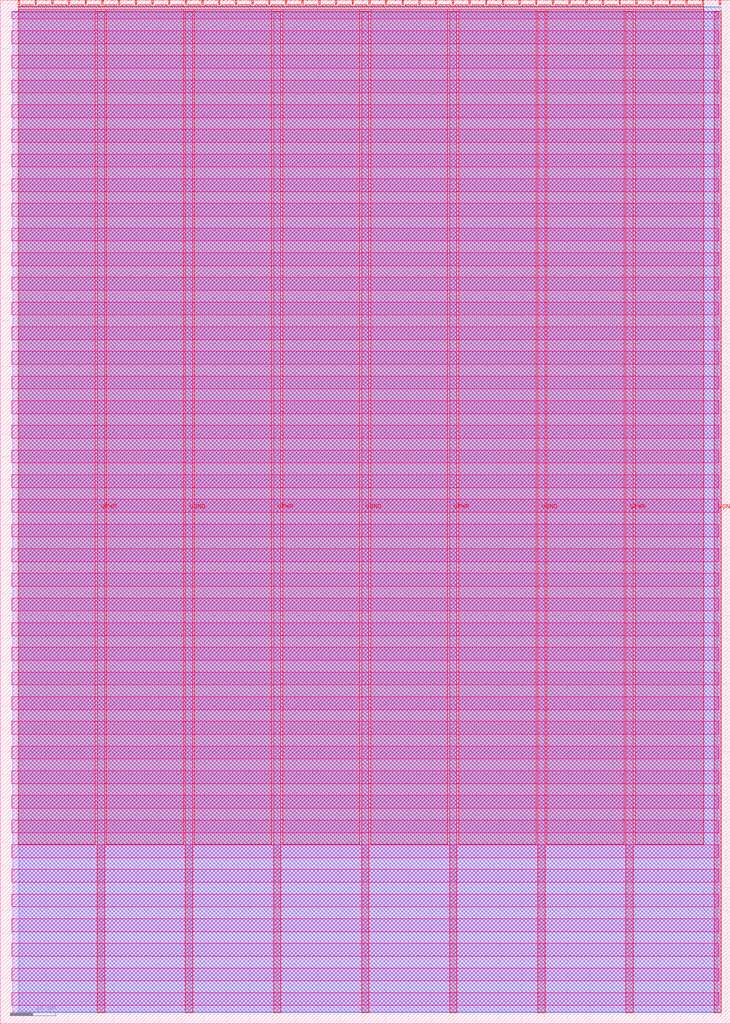
<source format=lef>
VERSION 5.7 ;
  NOWIREEXTENSIONATPIN ON ;
  DIVIDERCHAR "/" ;
  BUSBITCHARS "[]" ;
MACRO tt_um_btflv_subleq
  CLASS BLOCK ;
  FOREIGN tt_um_btflv_subleq ;
  ORIGIN 0.000 0.000 ;
  SIZE 161.000 BY 225.760 ;
  PIN VGND
    DIRECTION INOUT ;
    USE GROUND ;
    PORT
      LAYER met4 ;
        RECT 40.830 2.480 42.430 223.280 ;
    END
    PORT
      LAYER met4 ;
        RECT 79.700 2.480 81.300 223.280 ;
    END
    PORT
      LAYER met4 ;
        RECT 118.570 2.480 120.170 223.280 ;
    END
    PORT
      LAYER met4 ;
        RECT 157.440 2.480 159.040 223.280 ;
    END
  END VGND
  PIN VPWR
    DIRECTION INOUT ;
    USE POWER ;
    PORT
      LAYER met4 ;
        RECT 21.395 2.480 22.995 223.280 ;
    END
    PORT
      LAYER met4 ;
        RECT 60.265 2.480 61.865 223.280 ;
    END
    PORT
      LAYER met4 ;
        RECT 99.135 2.480 100.735 223.280 ;
    END
    PORT
      LAYER met4 ;
        RECT 138.005 2.480 139.605 223.280 ;
    END
  END VPWR
  PIN clk
    DIRECTION INPUT ;
    USE SIGNAL ;
    ANTENNAGATEAREA 0.852000 ;
    PORT
      LAYER met4 ;
        RECT 154.870 224.760 155.170 225.760 ;
    END
  END clk
  PIN ena
    DIRECTION INPUT ;
    USE SIGNAL ;
    PORT
      LAYER met4 ;
        RECT 158.550 224.760 158.850 225.760 ;
    END
  END ena
  PIN rst_n
    DIRECTION INPUT ;
    USE SIGNAL ;
    ANTENNAGATEAREA 0.196500 ;
    PORT
      LAYER met4 ;
        RECT 151.190 224.760 151.490 225.760 ;
    END
  END rst_n
  PIN ui_in[0]
    DIRECTION INPUT ;
    USE SIGNAL ;
    ANTENNAGATEAREA 0.213000 ;
    PORT
      LAYER met4 ;
        RECT 147.510 224.760 147.810 225.760 ;
    END
  END ui_in[0]
  PIN ui_in[1]
    DIRECTION INPUT ;
    USE SIGNAL ;
    PORT
      LAYER met4 ;
        RECT 143.830 224.760 144.130 225.760 ;
    END
  END ui_in[1]
  PIN ui_in[2]
    DIRECTION INPUT ;
    USE SIGNAL ;
    PORT
      LAYER met4 ;
        RECT 140.150 224.760 140.450 225.760 ;
    END
  END ui_in[2]
  PIN ui_in[3]
    DIRECTION INPUT ;
    USE SIGNAL ;
    PORT
      LAYER met4 ;
        RECT 136.470 224.760 136.770 225.760 ;
    END
  END ui_in[3]
  PIN ui_in[4]
    DIRECTION INPUT ;
    USE SIGNAL ;
    PORT
      LAYER met4 ;
        RECT 132.790 224.760 133.090 225.760 ;
    END
  END ui_in[4]
  PIN ui_in[5]
    DIRECTION INPUT ;
    USE SIGNAL ;
    PORT
      LAYER met4 ;
        RECT 129.110 224.760 129.410 225.760 ;
    END
  END ui_in[5]
  PIN ui_in[6]
    DIRECTION INPUT ;
    USE SIGNAL ;
    PORT
      LAYER met4 ;
        RECT 125.430 224.760 125.730 225.760 ;
    END
  END ui_in[6]
  PIN ui_in[7]
    DIRECTION INPUT ;
    USE SIGNAL ;
    PORT
      LAYER met4 ;
        RECT 121.750 224.760 122.050 225.760 ;
    END
  END ui_in[7]
  PIN uio_in[0]
    DIRECTION INPUT ;
    USE SIGNAL ;
    PORT
      LAYER met4 ;
        RECT 118.070 224.760 118.370 225.760 ;
    END
  END uio_in[0]
  PIN uio_in[1]
    DIRECTION INPUT ;
    USE SIGNAL ;
    PORT
      LAYER met4 ;
        RECT 114.390 224.760 114.690 225.760 ;
    END
  END uio_in[1]
  PIN uio_in[2]
    DIRECTION INPUT ;
    USE SIGNAL ;
    PORT
      LAYER met4 ;
        RECT 110.710 224.760 111.010 225.760 ;
    END
  END uio_in[2]
  PIN uio_in[3]
    DIRECTION INPUT ;
    USE SIGNAL ;
    PORT
      LAYER met4 ;
        RECT 107.030 224.760 107.330 225.760 ;
    END
  END uio_in[3]
  PIN uio_in[4]
    DIRECTION INPUT ;
    USE SIGNAL ;
    PORT
      LAYER met4 ;
        RECT 103.350 224.760 103.650 225.760 ;
    END
  END uio_in[4]
  PIN uio_in[5]
    DIRECTION INPUT ;
    USE SIGNAL ;
    PORT
      LAYER met4 ;
        RECT 99.670 224.760 99.970 225.760 ;
    END
  END uio_in[5]
  PIN uio_in[6]
    DIRECTION INPUT ;
    USE SIGNAL ;
    PORT
      LAYER met4 ;
        RECT 95.990 224.760 96.290 225.760 ;
    END
  END uio_in[6]
  PIN uio_in[7]
    DIRECTION INPUT ;
    USE SIGNAL ;
    PORT
      LAYER met4 ;
        RECT 92.310 224.760 92.610 225.760 ;
    END
  END uio_in[7]
  PIN uio_oe[0]
    DIRECTION OUTPUT TRISTATE ;
    USE SIGNAL ;
    PORT
      LAYER met4 ;
        RECT 29.750 224.760 30.050 225.760 ;
    END
  END uio_oe[0]
  PIN uio_oe[1]
    DIRECTION OUTPUT TRISTATE ;
    USE SIGNAL ;
    PORT
      LAYER met4 ;
        RECT 26.070 224.760 26.370 225.760 ;
    END
  END uio_oe[1]
  PIN uio_oe[2]
    DIRECTION OUTPUT TRISTATE ;
    USE SIGNAL ;
    PORT
      LAYER met4 ;
        RECT 22.390 224.760 22.690 225.760 ;
    END
  END uio_oe[2]
  PIN uio_oe[3]
    DIRECTION OUTPUT TRISTATE ;
    USE SIGNAL ;
    PORT
      LAYER met4 ;
        RECT 18.710 224.760 19.010 225.760 ;
    END
  END uio_oe[3]
  PIN uio_oe[4]
    DIRECTION OUTPUT TRISTATE ;
    USE SIGNAL ;
    PORT
      LAYER met4 ;
        RECT 15.030 224.760 15.330 225.760 ;
    END
  END uio_oe[4]
  PIN uio_oe[5]
    DIRECTION OUTPUT TRISTATE ;
    USE SIGNAL ;
    PORT
      LAYER met4 ;
        RECT 11.350 224.760 11.650 225.760 ;
    END
  END uio_oe[5]
  PIN uio_oe[6]
    DIRECTION OUTPUT TRISTATE ;
    USE SIGNAL ;
    PORT
      LAYER met4 ;
        RECT 7.670 224.760 7.970 225.760 ;
    END
  END uio_oe[6]
  PIN uio_oe[7]
    DIRECTION OUTPUT TRISTATE ;
    USE SIGNAL ;
    PORT
      LAYER met4 ;
        RECT 3.990 224.760 4.290 225.760 ;
    END
  END uio_oe[7]
  PIN uio_out[0]
    DIRECTION OUTPUT TRISTATE ;
    USE SIGNAL ;
    ANTENNAGATEAREA 0.126000 ;
    ANTENNADIFFAREA 0.445500 ;
    PORT
      LAYER met4 ;
        RECT 59.190 224.760 59.490 225.760 ;
    END
  END uio_out[0]
  PIN uio_out[1]
    DIRECTION OUTPUT TRISTATE ;
    USE SIGNAL ;
    ANTENNAGATEAREA 0.126000 ;
    ANTENNADIFFAREA 0.445500 ;
    PORT
      LAYER met4 ;
        RECT 55.510 224.760 55.810 225.760 ;
    END
  END uio_out[1]
  PIN uio_out[2]
    DIRECTION OUTPUT TRISTATE ;
    USE SIGNAL ;
    ANTENNAGATEAREA 0.126000 ;
    ANTENNADIFFAREA 0.445500 ;
    PORT
      LAYER met4 ;
        RECT 51.830 224.760 52.130 225.760 ;
    END
  END uio_out[2]
  PIN uio_out[3]
    DIRECTION OUTPUT TRISTATE ;
    USE SIGNAL ;
    ANTENNAGATEAREA 0.126000 ;
    ANTENNADIFFAREA 0.445500 ;
    PORT
      LAYER met4 ;
        RECT 48.150 224.760 48.450 225.760 ;
    END
  END uio_out[3]
  PIN uio_out[4]
    DIRECTION OUTPUT TRISTATE ;
    USE SIGNAL ;
    ANTENNAGATEAREA 0.126000 ;
    ANTENNADIFFAREA 0.445500 ;
    PORT
      LAYER met4 ;
        RECT 44.470 224.760 44.770 225.760 ;
    END
  END uio_out[4]
  PIN uio_out[5]
    DIRECTION OUTPUT TRISTATE ;
    USE SIGNAL ;
    ANTENNAGATEAREA 0.126000 ;
    ANTENNADIFFAREA 0.445500 ;
    PORT
      LAYER met4 ;
        RECT 40.790 224.760 41.090 225.760 ;
    END
  END uio_out[5]
  PIN uio_out[6]
    DIRECTION OUTPUT TRISTATE ;
    USE SIGNAL ;
    ANTENNAGATEAREA 0.126000 ;
    ANTENNADIFFAREA 0.445500 ;
    PORT
      LAYER met4 ;
        RECT 37.110 224.760 37.410 225.760 ;
    END
  END uio_out[6]
  PIN uio_out[7]
    DIRECTION OUTPUT TRISTATE ;
    USE SIGNAL ;
    ANTENNAGATEAREA 0.126000 ;
    ANTENNADIFFAREA 0.445500 ;
    PORT
      LAYER met4 ;
        RECT 33.430 224.760 33.730 225.760 ;
    END
  END uio_out[7]
  PIN uo_out[0]
    DIRECTION OUTPUT TRISTATE ;
    USE SIGNAL ;
    ANTENNADIFFAREA 0.445500 ;
    PORT
      LAYER met4 ;
        RECT 88.630 224.760 88.930 225.760 ;
    END
  END uo_out[0]
  PIN uo_out[1]
    DIRECTION OUTPUT TRISTATE ;
    USE SIGNAL ;
    ANTENNADIFFAREA 0.445500 ;
    PORT
      LAYER met4 ;
        RECT 84.950 224.760 85.250 225.760 ;
    END
  END uo_out[1]
  PIN uo_out[2]
    DIRECTION OUTPUT TRISTATE ;
    USE SIGNAL ;
    ANTENNADIFFAREA 0.445500 ;
    PORT
      LAYER met4 ;
        RECT 81.270 224.760 81.570 225.760 ;
    END
  END uo_out[2]
  PIN uo_out[3]
    DIRECTION OUTPUT TRISTATE ;
    USE SIGNAL ;
    ANTENNADIFFAREA 0.445500 ;
    PORT
      LAYER met4 ;
        RECT 77.590 224.760 77.890 225.760 ;
    END
  END uo_out[3]
  PIN uo_out[4]
    DIRECTION OUTPUT TRISTATE ;
    USE SIGNAL ;
    ANTENNADIFFAREA 0.795200 ;
    PORT
      LAYER met4 ;
        RECT 73.910 224.760 74.210 225.760 ;
    END
  END uo_out[4]
  PIN uo_out[5]
    DIRECTION OUTPUT TRISTATE ;
    USE SIGNAL ;
    PORT
      LAYER met4 ;
        RECT 70.230 224.760 70.530 225.760 ;
    END
  END uo_out[5]
  PIN uo_out[6]
    DIRECTION OUTPUT TRISTATE ;
    USE SIGNAL ;
    PORT
      LAYER met4 ;
        RECT 66.550 224.760 66.850 225.760 ;
    END
  END uo_out[6]
  PIN uo_out[7]
    DIRECTION OUTPUT TRISTATE ;
    USE SIGNAL ;
    PORT
      LAYER met4 ;
        RECT 62.870 224.760 63.170 225.760 ;
    END
  END uo_out[7]
  OBS
      LAYER nwell ;
        RECT 2.570 221.625 158.430 223.230 ;
        RECT 2.570 216.185 158.430 219.015 ;
        RECT 2.570 210.745 158.430 213.575 ;
        RECT 2.570 205.305 158.430 208.135 ;
        RECT 2.570 199.865 158.430 202.695 ;
        RECT 2.570 194.425 158.430 197.255 ;
        RECT 2.570 188.985 158.430 191.815 ;
        RECT 2.570 183.545 158.430 186.375 ;
        RECT 2.570 178.105 158.430 180.935 ;
        RECT 2.570 172.665 158.430 175.495 ;
        RECT 2.570 167.225 158.430 170.055 ;
        RECT 2.570 161.785 158.430 164.615 ;
        RECT 2.570 156.345 158.430 159.175 ;
        RECT 2.570 150.905 158.430 153.735 ;
        RECT 2.570 145.465 158.430 148.295 ;
        RECT 2.570 140.025 158.430 142.855 ;
        RECT 2.570 134.585 158.430 137.415 ;
        RECT 2.570 129.145 158.430 131.975 ;
        RECT 2.570 123.705 158.430 126.535 ;
        RECT 2.570 118.265 158.430 121.095 ;
        RECT 2.570 112.825 158.430 115.655 ;
        RECT 2.570 107.385 158.430 110.215 ;
        RECT 2.570 101.945 158.430 104.775 ;
        RECT 2.570 96.505 158.430 99.335 ;
        RECT 2.570 91.065 158.430 93.895 ;
        RECT 2.570 85.625 158.430 88.455 ;
        RECT 2.570 80.185 158.430 83.015 ;
        RECT 2.570 74.745 158.430 77.575 ;
        RECT 2.570 69.305 158.430 72.135 ;
        RECT 2.570 63.865 158.430 66.695 ;
        RECT 2.570 58.425 158.430 61.255 ;
        RECT 2.570 52.985 158.430 55.815 ;
        RECT 2.570 47.545 158.430 50.375 ;
        RECT 2.570 42.105 158.430 44.935 ;
        RECT 2.570 36.665 158.430 39.495 ;
        RECT 2.570 31.225 158.430 34.055 ;
        RECT 2.570 25.785 158.430 28.615 ;
        RECT 2.570 20.345 158.430 23.175 ;
        RECT 2.570 14.905 158.430 17.735 ;
        RECT 2.570 9.465 158.430 12.295 ;
        RECT 2.570 4.025 158.430 6.855 ;
      LAYER li1 ;
        RECT 2.760 2.635 158.240 223.125 ;
      LAYER met1 ;
        RECT 2.760 2.480 159.040 223.280 ;
      LAYER met2 ;
        RECT 4.230 2.535 159.010 224.245 ;
      LAYER met3 ;
        RECT 3.950 2.555 159.030 224.225 ;
      LAYER met4 ;
        RECT 4.690 224.360 7.270 224.760 ;
        RECT 8.370 224.360 10.950 224.760 ;
        RECT 12.050 224.360 14.630 224.760 ;
        RECT 15.730 224.360 18.310 224.760 ;
        RECT 19.410 224.360 21.990 224.760 ;
        RECT 23.090 224.360 25.670 224.760 ;
        RECT 26.770 224.360 29.350 224.760 ;
        RECT 30.450 224.360 33.030 224.760 ;
        RECT 34.130 224.360 36.710 224.760 ;
        RECT 37.810 224.360 40.390 224.760 ;
        RECT 41.490 224.360 44.070 224.760 ;
        RECT 45.170 224.360 47.750 224.760 ;
        RECT 48.850 224.360 51.430 224.760 ;
        RECT 52.530 224.360 55.110 224.760 ;
        RECT 56.210 224.360 58.790 224.760 ;
        RECT 59.890 224.360 62.470 224.760 ;
        RECT 63.570 224.360 66.150 224.760 ;
        RECT 67.250 224.360 69.830 224.760 ;
        RECT 70.930 224.360 73.510 224.760 ;
        RECT 74.610 224.360 77.190 224.760 ;
        RECT 78.290 224.360 80.870 224.760 ;
        RECT 81.970 224.360 84.550 224.760 ;
        RECT 85.650 224.360 88.230 224.760 ;
        RECT 89.330 224.360 91.910 224.760 ;
        RECT 93.010 224.360 95.590 224.760 ;
        RECT 96.690 224.360 99.270 224.760 ;
        RECT 100.370 224.360 102.950 224.760 ;
        RECT 104.050 224.360 106.630 224.760 ;
        RECT 107.730 224.360 110.310 224.760 ;
        RECT 111.410 224.360 113.990 224.760 ;
        RECT 115.090 224.360 117.670 224.760 ;
        RECT 118.770 224.360 121.350 224.760 ;
        RECT 122.450 224.360 125.030 224.760 ;
        RECT 126.130 224.360 128.710 224.760 ;
        RECT 129.810 224.360 132.390 224.760 ;
        RECT 133.490 224.360 136.070 224.760 ;
        RECT 137.170 224.360 139.750 224.760 ;
        RECT 140.850 224.360 143.430 224.760 ;
        RECT 144.530 224.360 147.110 224.760 ;
        RECT 148.210 224.360 150.790 224.760 ;
        RECT 151.890 224.360 154.470 224.760 ;
        RECT 3.975 223.680 155.185 224.360 ;
        RECT 3.975 39.615 20.995 223.680 ;
        RECT 23.395 39.615 40.430 223.680 ;
        RECT 42.830 39.615 59.865 223.680 ;
        RECT 62.265 39.615 79.300 223.680 ;
        RECT 81.700 39.615 98.735 223.680 ;
        RECT 101.135 39.615 118.170 223.680 ;
        RECT 120.570 39.615 137.605 223.680 ;
        RECT 140.005 39.615 155.185 223.680 ;
  END
END tt_um_btflv_subleq
END LIBRARY


</source>
